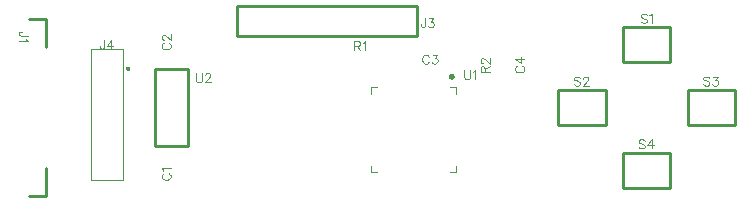
<source format=gbr>
G04 DipTrace 4.3.0.3*
G04 TopSilk.gbr*
%MOIN*%
G04 #@! TF.FileFunction,Legend,Top*
G04 #@! TF.Part,Single*
%ADD10C,0.009843*%
%ADD13C,0.004724*%
%ADD61C,0.004632*%
%FSLAX26Y26*%
G04*
G70*
G90*
G75*
G01*
G04 TopSilk*
%LPD*%
X796825Y950297D2*
D10*
Y1044046D1*
X740576D1*
X796825Y549608D2*
Y455857D1*
X740576D1*
X1434969Y1087454D2*
Y987451D1*
X2034913D1*
Y1087454D1*
X1434969D1*
X948932Y943543D2*
D13*
Y509685D1*
X1053656D1*
Y943543D1*
X948932D1*
X2721825Y1018382D2*
D10*
Y900272D1*
X2879306D1*
Y1018382D1*
X2721825D1*
X2506201Y809007D2*
Y690896D1*
X2663681D1*
Y809007D1*
X2506201D1*
X2937451D2*
Y690896D1*
X3094932D1*
Y809007D1*
X2937451D1*
X2721825Y599633D2*
Y481522D1*
X2879306D1*
Y599633D1*
X2721825D1*
X2164173Y796211D2*
D13*
Y816684D1*
X2143701D1*
Y533219D2*
X2164173D1*
Y553692D1*
X1880709D2*
Y533219D1*
X1901181D1*
Y816684D2*
X1880709D1*
Y796211D1*
G36*
X2161024Y852510D2*
X2160939Y851226D1*
X2160688Y849963D1*
X2160274Y848744D1*
X2159705Y847589D1*
X2158990Y846519D1*
X2158141Y845551D1*
X2157173Y844702D1*
X2156102Y843987D1*
X2154948Y843417D1*
X2153729Y843003D1*
X2152466Y842752D1*
X2151181Y842668D1*
X2149896Y842752D1*
X2148634Y843003D1*
X2147415Y843417D1*
X2146260Y843987D1*
X2145189Y844702D1*
X2144221Y845551D1*
X2143373Y846519D1*
X2142657Y847589D1*
X2142088Y848744D1*
X2141674Y849963D1*
X2141423Y851226D1*
X2141339Y852510D1*
D1*
X2141423Y853795D1*
X2141674Y855058D1*
X2142088Y856277D1*
X2142657Y857432D1*
X2143373Y858502D1*
X2144221Y859470D1*
X2145189Y860319D1*
X2146260Y861034D1*
X2147415Y861604D1*
X2148634Y862018D1*
X2149896Y862269D1*
X2151181Y862353D1*
X2152466Y862269D1*
X2153729Y862018D1*
X2154948Y861604D1*
X2156102Y861034D1*
X2157173Y860319D1*
X2158141Y859470D1*
X2158990Y858502D1*
X2159705Y857432D1*
X2160274Y856277D1*
X2160688Y855058D1*
X2160939Y853795D1*
X2161024Y852510D1*
D1*
G37*
G36*
X1072000Y871130D2*
X1070995Y871196D1*
X1070007Y871392D1*
X1069053Y871716D1*
X1068149Y872162D1*
X1067311Y872722D1*
X1066554Y873386D1*
X1065890Y874143D1*
X1065330Y874981D1*
X1064884Y875885D1*
X1064560Y876839D1*
X1064364Y877827D1*
X1064298Y878832D1*
X1064364Y879837D1*
X1064560Y880825D1*
X1064884Y881779D1*
X1065330Y882683D1*
X1065890Y883521D1*
X1066554Y884278D1*
X1067311Y884943D1*
X1068149Y885502D1*
X1069053Y885948D1*
X1070007Y886272D1*
X1070995Y886468D1*
X1072000Y886534D1*
X1072026D1*
X1073032Y886468D1*
X1074020Y886272D1*
X1074974Y885948D1*
X1075877Y885502D1*
X1076715Y884943D1*
X1077472Y884278D1*
X1078137Y883521D1*
X1078696Y882683D1*
X1079142Y881779D1*
X1079466Y880825D1*
X1079662Y879837D1*
X1079728Y878832D1*
X1079662Y877827D1*
X1079466Y876839D1*
X1079142Y875885D1*
X1078696Y874981D1*
X1078137Y874143D1*
X1077472Y873386D1*
X1076715Y872722D1*
X1075877Y872162D1*
X1074974Y871716D1*
X1074020Y871392D1*
X1073032Y871196D1*
X1072026Y871130D1*
X1072000D1*
G37*
X1161262Y879871D2*
D10*
Y620041D1*
X1271499Y879871D2*
Y620041D1*
X1161262D2*
X1271499D1*
X1161262Y879871D2*
X1271499D1*
X1190985Y530607D2*
D61*
X1188133Y529181D1*
X1185248Y526296D1*
X1183822Y523444D1*
Y517707D1*
X1185248Y514822D1*
X1188133Y511970D1*
X1190985Y510511D1*
X1195296Y509085D1*
X1202492D1*
X1206770Y510511D1*
X1209655Y511970D1*
X1212507Y514822D1*
X1213966Y517707D1*
Y523444D1*
X1212507Y526296D1*
X1209655Y529181D1*
X1206770Y530607D1*
X1189592Y539871D2*
X1188133Y542756D1*
X1183855Y547067D1*
X1213966D1*
X1190985Y964783D2*
X1188133Y963357D1*
X1185248Y960472D1*
X1183822Y957620D1*
Y951883D1*
X1185248Y948998D1*
X1188133Y946146D1*
X1190985Y944687D1*
X1195296Y943261D1*
X1202492D1*
X1206770Y944687D1*
X1209655Y946146D1*
X1212507Y948998D1*
X1213966Y951883D1*
Y957620D1*
X1212507Y960472D1*
X1209655Y963357D1*
X1206770Y964783D1*
X1191018Y975506D2*
X1189592D1*
X1186707Y976932D1*
X1185281Y978358D1*
X1183855Y981243D1*
Y986980D1*
X1185281Y989832D1*
X1186707Y991258D1*
X1189592Y992717D1*
X1192444D1*
X1195329Y991258D1*
X1199607Y988406D1*
X1213966Y974047D1*
Y994143D1*
X2074269Y918713D2*
X2072843Y921565D1*
X2069958Y924450D1*
X2067106Y925876D1*
X2061369D1*
X2058484Y924450D1*
X2055632Y921565D1*
X2054173Y918713D1*
X2052747Y914402D1*
Y907206D1*
X2054173Y902928D1*
X2055632Y900043D1*
X2058484Y897191D1*
X2061369Y895732D1*
X2067106D1*
X2069958Y897191D1*
X2072843Y900043D1*
X2074269Y902928D1*
X2086417Y925843D2*
X2102169D1*
X2093580Y914369D1*
X2097891D1*
X2100743Y912943D1*
X2102169Y911517D1*
X2103628Y907206D1*
Y904354D1*
X2102169Y900043D1*
X2099317Y897158D1*
X2095006Y895732D1*
X2090695D1*
X2086417Y897158D1*
X2084992Y898617D1*
X2083532Y901469D1*
X2368973Y888135D2*
X2366121Y886709D1*
X2363236Y883824D1*
X2361810Y880972D1*
Y875235D1*
X2363236Y872350D1*
X2366121Y869498D1*
X2368973Y868039D1*
X2373284Y866613D1*
X2380480D1*
X2384758Y868039D1*
X2387643Y869498D1*
X2390495Y872350D1*
X2391954Y875235D1*
Y880972D1*
X2390495Y883824D1*
X2387643Y886709D1*
X2384758Y888135D1*
X2391954Y911757D2*
X2361843D1*
X2381906Y897398D1*
Y918920D1*
X737094Y988502D2*
X714146D1*
X709835Y989928D1*
X708409Y991387D1*
X706950Y994239D1*
Y997124D1*
X708409Y999976D1*
X709835Y1001402D1*
X714146Y1002861D1*
X716998D1*
X731324Y979238D2*
X732783Y976353D1*
X737061Y972042D1*
X706950D1*
X2061361Y1047475D2*
Y1024527D1*
X2059935Y1020216D1*
X2058476Y1018790D1*
X2055624Y1017331D1*
X2052739D1*
X2049887Y1018790D1*
X2048461Y1020216D1*
X2047002Y1024527D1*
Y1027379D1*
X2073509Y1047441D2*
X2089261D1*
X2080672Y1035967D1*
X2084983D1*
X2087835Y1034541D1*
X2089261Y1033116D1*
X2090720Y1028804D1*
Y1025953D1*
X2089261Y1021642D1*
X2086409Y1018756D1*
X2082098Y1017331D1*
X2077787D1*
X2073509Y1018756D1*
X2072083Y1020216D1*
X2070624Y1023068D1*
X991467Y976069D2*
Y953121D1*
X990041Y948810D1*
X988581Y947384D1*
X985730Y945925D1*
X982845D1*
X979993Y947384D1*
X978567Y948810D1*
X977108Y953121D1*
Y955973D1*
X1015089Y945925D2*
Y976036D1*
X1000730Y955973D1*
X1022252D1*
X1826037Y955895D2*
X1838937D1*
X1843248Y957354D1*
X1844707Y958780D1*
X1846133Y961632D1*
Y964517D1*
X1844707Y967369D1*
X1843248Y968828D1*
X1838937Y970254D1*
X1826037D1*
Y940110D1*
X1836085Y955895D2*
X1846133Y940110D1*
X1855397Y964484D2*
X1858282Y965943D1*
X1862593Y970221D1*
Y940110D1*
X2260844Y866612D2*
Y879512D1*
X2259385Y883823D1*
X2257959Y885282D1*
X2255107Y886708D1*
X2252222D1*
X2249370Y885282D1*
X2247911Y883823D1*
X2246485Y879512D1*
Y866612D1*
X2276629D1*
X2260844Y876660D2*
X2276629Y886708D1*
X2253681Y897431D2*
X2252255D1*
X2249370Y898857D1*
X2247944Y900283D1*
X2246518Y903168D1*
Y908905D1*
X2247944Y911757D1*
X2249370Y913183D1*
X2252255Y914642D1*
X2255107D1*
X2257992Y913183D1*
X2262270Y910331D1*
X2276629Y895972D1*
Y916068D1*
X2800415Y1058005D2*
X2797563Y1060890D1*
X2793252Y1062316D1*
X2787515D1*
X2783204Y1060890D1*
X2780319Y1058005D1*
Y1055153D1*
X2781778Y1052268D1*
X2783204Y1050842D1*
X2786056Y1049416D1*
X2794678Y1046531D1*
X2797563Y1045105D1*
X2798989Y1043646D1*
X2800415Y1040794D1*
Y1036483D1*
X2797563Y1033631D1*
X2793252Y1032172D1*
X2787515D1*
X2783204Y1033631D1*
X2780319Y1036483D1*
X2809679Y1056546D2*
X2812564Y1058005D1*
X2816875Y1062283D1*
Y1032172D1*
X2578341Y848629D2*
X2575489Y851514D1*
X2571178Y852940D1*
X2565441D1*
X2561130Y851514D1*
X2558245Y848629D1*
Y845777D1*
X2559704Y842892D1*
X2561130Y841466D1*
X2563982Y840040D1*
X2572604Y837155D1*
X2575489Y835729D1*
X2576915Y834270D1*
X2578341Y831418D1*
Y827107D1*
X2575489Y824256D1*
X2571178Y822796D1*
X2565441D1*
X2561130Y824256D1*
X2558245Y827107D1*
X2589063Y845744D2*
Y847170D1*
X2590489Y850055D1*
X2591915Y851481D1*
X2594800Y852907D1*
X2600537D1*
X2603389Y851481D1*
X2604815Y850055D1*
X2606274Y847170D1*
Y844318D1*
X2604815Y841433D1*
X2601963Y837155D1*
X2587604Y822796D1*
X2607700D1*
X3009591Y848629D2*
X3006739Y851514D1*
X3002428Y852940D1*
X2996691D1*
X2992380Y851514D1*
X2989495Y848629D1*
Y845777D1*
X2990954Y842892D1*
X2992380Y841466D1*
X2995232Y840040D1*
X3003854Y837155D1*
X3006739Y835729D1*
X3008165Y834270D1*
X3009591Y831418D1*
Y827107D1*
X3006739Y824256D1*
X3002428Y822796D1*
X2996691D1*
X2992380Y824256D1*
X2989495Y827107D1*
X3021740Y852907D2*
X3037492D1*
X3028903Y841433D1*
X3033214D1*
X3036066Y840007D1*
X3037492Y838581D1*
X3038951Y834270D1*
Y831418D1*
X3037492Y827107D1*
X3034640Y824222D1*
X3030329Y822796D1*
X3026018D1*
X3021740Y824222D1*
X3020314Y825681D1*
X3018855Y828533D1*
X2793252Y639255D2*
X2790400Y642140D1*
X2786089Y643566D1*
X2780352D1*
X2776041Y642140D1*
X2773156Y639255D1*
Y636403D1*
X2774615Y633518D1*
X2776041Y632092D1*
X2778893Y630666D1*
X2787515Y627781D1*
X2790400Y626355D1*
X2791826Y624896D1*
X2793252Y622044D1*
Y617733D1*
X2790400Y614882D1*
X2786089Y613422D1*
X2780352D1*
X2776041Y614882D1*
X2773156Y617733D1*
X2816875Y613422D2*
Y643533D1*
X2802516Y623470D1*
X2824038D1*
X2191663Y874217D2*
Y852695D1*
X2193089Y848384D1*
X2195974Y845532D1*
X2200285Y844073D1*
X2203137D1*
X2207448Y845532D1*
X2210333Y848384D1*
X2211759Y852695D1*
Y874217D1*
X2221023Y868447D2*
X2223908Y869906D1*
X2228219Y874184D1*
Y844073D1*
X1297902Y864842D2*
Y843320D1*
X1299328Y839009D1*
X1302213Y836157D1*
X1306524Y834698D1*
X1309376D1*
X1313687Y836157D1*
X1316572Y839009D1*
X1317998Y843320D1*
Y864842D1*
X1328721Y857646D2*
Y859072D1*
X1330147Y861957D1*
X1331573Y863383D1*
X1334458Y864809D1*
X1340195D1*
X1343047Y863383D1*
X1344473Y861957D1*
X1345932Y859072D1*
Y856220D1*
X1344473Y853335D1*
X1341621Y849057D1*
X1327262Y834698D1*
X1347358D1*
M02*

</source>
